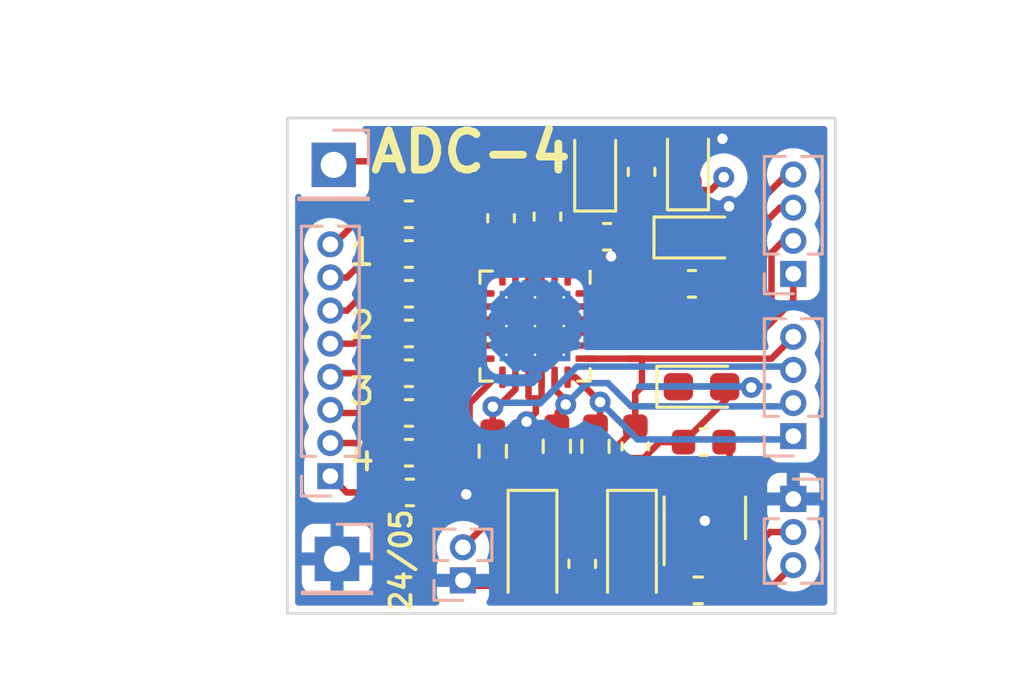
<source format=kicad_pcb>
(kicad_pcb (version 20240108) (generator "pcbnew") (generator_version "8.0")
  (title_block (comment 4 "AISLER Project ID: LQOQVRUX"))
  (layers (0 "F.Cu" signal) (1 "In1.Cu" power) (2 "In2.Cu" power) (31 "B.Cu" signal) (34 "B.Paste" user) (35 "F.Paste" user) (36 "B.SilkS" user "B.Silkscreen") (37 "F.SilkS" user "F.Silkscreen") (38 "B.Mask" user) (39 "F.Mask" user) (44 "Edge.Cuts" user))
  (net 0 "")
  (net 1 "GND")
  (net 2 "/MicBias")
  (net 3 "Net-(U3-AREG)")
  (net 4 "Net-(U3-IN1P_GPI1)")
  (net 5 "Net-(U3-IN1M_GPO1)")
  (net 6 "Net-(U3-DREG)")
  (net 7 "/AVDD")
  (net 8 "/IOVD")
  (net 9 "/VIN")
  (net 10 "Net-(J1-Pin_3)")
  (net 11 "Net-(J1-Pin_2)")
  (net 12 "Net-(U3-VREF)")
  (net 13 "/SCL")
  (net 14 "/SDA")
  (net 15 "/SHDNZ")
  (net 16 "/GPIO1")
  (net 17 "/SDOUT")
  (net 18 "/BCLK")
  (net 19 "/FSYNC")
  (net 20 "Net-(U4-BP)")
  (net 21 "/VIN_EN")
  (net 22 "Net-(U3-IN2P_GPI2)")
  (net 23 "Net-(J1-Pin_6)")
  (net 24 "Net-(U3-IN2M_GPO2)")
  (net 25 "Net-(J1-Pin_5)")
  (net 26 "Net-(U3-IN3P_GPI3)")
  (net 27 "Net-(J1-Pin_4)")
  (net 28 "Net-(U3-IN3M_GPO3)")
  (net 29 "Net-(U3-IN4P_GPI4)")
  (net 30 "Net-(U3-IN4M_GPO4)")
  (net 31 "Net-(J1-Pin_1)")
  (net 32 "Net-(J1-Pin_8)")
  (net 33 "Net-(J1-Pin_7)")
  (net 34 "Net-(J3-Pin_3)")
  (footprint "Package_DFN_QFN:QFN-24-1EP_4x4mm_P0.5mm_EP2.7x2.7mm_ThermalVias" (layer "F.Cu") (at 119.4945 88.666 -90)
    (property "Reference" "U3")
    (property "Value" "TLV320ADC6140")
    (fp_line (start -2.11 2.11) (end -2.11 1.635) (stroke (width 0.12)) (layer "F.SilkS"))
    (fp_line (start -1.635 2.11) (end -2.11 2.11) (stroke (width 0.12)) (layer "F.SilkS"))
    (fp_line (start 1.635 2.11) (end 2.11 2.11) (stroke (width 0.12)) (layer "F.SilkS"))
    (fp_line (start 2.11 2.11) (end 2.11 1.635) (stroke (width 0.12)) (layer "F.SilkS"))
    (fp_line (start -1.635 -2.11) (end -2.11 -2.11) (stroke (width 0.12)) (layer "F.SilkS"))
    (fp_line (start 1.635 -2.11) (end 2.11 -2.11) (stroke (width 0.12)) (layer "F.SilkS"))
    (fp_line (start 2.11 -2.11) (end 2.11 -1.635) (stroke (width 0.12)) (layer "F.SilkS"))
    (pad "1" smd roundrect (at -1.9625 -1.25 270) (size 0.825 0.25) (layers "F.Cu" "F.Paste" "F.Mask") (net 7 "/AVDD"))
    (pad "2" smd roundrect (at -1.9625 -0.75 270) (size 0.825 0.25) (layers "F.Cu" "F.Paste" "F.Mask") (net 3 "Net-(U3-AREG)"))
    (pad "3" smd roundrect (at -1.9625 -0.25 270) (size 0.825 0.25) (layers "F.Cu" "F.Paste" "F.Mask") (net 12 "Net-(U3-VREF)"))
    (pad "4" smd roundrect (at -1.9625 0.25 270) (size 0.825 0.25) (layers "F.Cu" "F.Paste" "F.Mask") (net 1 "GND"))
    (pad "5" smd roundrect (at -1.9625 0.75 270) (size 0.825 0.25) (layers "F.Cu" "F.Paste" "F.Mask") (net 2 "/MicBias"))
    (pad "6" smd roundrect (at -1.9625 1.25 270) (size 0.825 0.25) (layers "F.Cu" "F.Paste" "F.Mask") (net 4 "Net-(U3-IN1P_GPI1)"))
    (pad "7" smd roundrect (at -1.25 1.9625 270) (size 0.25 0.825) (layers "F.Cu" "F.Paste" "F.Mask") (net 5 "Net-(U3-IN1M_GPO1)"))
    (pad "8" smd roundrect (at -0.75 1.9625 270) (size 0.25 0.825) (layers "F.Cu" "F.Paste" "F.Mask") (net 22 "Net-(U3-IN2P_GPI2)"))
    (pad "9" smd roundrect (at -0.25 1.9625 270) (size 0.25 0.825) (layers "F.Cu" "F.Paste" "F.Mask") (net 24 "Net-(U3-IN2M_GPO2)"))
    (pad "10" smd roundrect (at 0.25 1.9625 270) (size 0.25 0.825) (layers "F.Cu" "F.Paste" "F.Mask") (net 26 "Net-(U3-IN3P_GPI3)"))
    (pad "11" smd roundrect (at 0.75 1.9625 270) (size 0.25 0.825) (layers "F.Cu" "F.Paste" "F.Mask") (net 28 "Net-(U3-IN3M_GPO3)"))
    (pad "12" smd roundrect (at 1.25 1.9625 270) (size 0.25 0.825) (layers "F.Cu" "F.Paste" "F.Mask") (net 29 "Net-(U3-IN4P_GPI4)"))
    (pad "13" smd roundrect (at 1.9625 1.25 270) (size 0.825 0.25) (layers "F.Cu" "F.Paste" "F.Mask") (net 30 "Net-(U3-IN4M_GPO4)"))
    (pad "14" smd roundrect (at 1.9625 0.75 270) (size 0.825 0.25) (layers "F.Cu" "F.Paste" "F.Mask") (net 15 "/SHDNZ"))
    (pad "15" smd roundrect (at 1.9625 0.25 270) (size 0.825 0.25) (layers "F.Cu" "F.Paste" "F.Mask") (net 1 "GND"))
    (pad "16" smd roundrect (at 1.9625 -0.25 270) (size 0.825 0.25) (layers "F.Cu" "F.Paste" "F.Mask") (net 1 "GND"))
    (pad "17" smd roundrect (at 1.9625 -0.75 270) (size 0.825 0.25) (layers "F.Cu" "F.Paste" "F.Mask") (net 13 "/SCL"))
    (pad "18" smd roundrect (at 1.9625 -1.25 270) (size 0.825 0.25) (layers "F.Cu" "F.Paste" "F.Mask") (net 14 "/SDA"))
    (pad "19" smd roundrect (at 1.25 -1.9625 270) (size 0.25 0.825) (layers "F.Cu" "F.Paste" "F.Mask") (net 8 "/IOVD"))
    (pad "20" smd roundrect (at 0.75 -1.9625 270) (size 0.25 0.825) (layers "F.Cu" "F.Paste" "F.Mask") (net 16 "/GPIO1"))
    (pad "21" smd roundrect (at 0.25 -1.9625 270) (size 0.25 0.825) (layers "F.Cu" "F.Paste" "F.Mask") (net 17 "/SDOUT"))
    (pad "22" smd roundrect (at -0.25 -1.9625 270) (size 0.25 0.825) (layers "F.Cu" "F.Paste" "F.Mask") (net 18 "/BCLK"))
    (pad "23" smd roundrect (at -0.75 -1.9625 270) (size 0.25 0.825) (layers "F.Cu" "F.Paste" "F.Mask") (net 19 "/FSYNC"))
    (pad "24" smd roundrect (at -1.25 -1.9625 270) (size 0.25 0.825) (layers "F.Cu" "F.Paste" "F.Mask") (net 6 "Net-(U3-DREG)"))
    (pad "25" thru_hole circle (at -1.1 -1.1 270) (size 0.5 0.5) (drill 0.1) (layers "*.Cu") (net 1 "GND"))
    (pad "25" thru_hole circle (at -1.1 0 270) (size 0.5 0.5) (drill 0.1) (layers "*.Cu") (net 1 "GND"))
    (pad "25" thru_hole circle (at -1.1 1.1 270) (size 0.5 0.5) (drill 0.1) (layers "*.Cu") (net 1 "GND"))
    (pad "25" thru_hole circle (at 0 -1.1 270) (size 0.5 0.5) (drill 0.1) (layers "*.Cu") (net 1 "GND"))
    (pad "25" thru_hole circle (at 0 0 270) (size 0.5 0.5) (drill 0.1) (layers "*.Cu") (net 1 "GND"))
    (pad "25" smd rect (at 0 0 270) (size 2.7 2.7) (layers "F.Cu" "F.Mask") (net 1 "GND"))
    (pad "25" smd rect (at 0 0 270) (size 2.7 2.7) (layers "B.Cu") (net 1 "GND"))
    (pad "25" thru_hole circle (at 0 1.1 270) (size 0.5 0.5) (drill 0.1) (layers "*.Cu") (net 1 "GND"))
    (pad "25" thru_hole circle (at 1.1 -1.1 270) (size 0.5 0.5) (drill 0.1) (layers "*.Cu") (net 1 "GND"))
    (pad "25" thru_hole circle (at 1.1 0 270) (size 0.5 0.5) (drill 0.1) (layers "*.Cu") (net 1 "GND"))
    (pad "25" thru_hole circle (at 1.1 1.1 270) (size 0.5 0.5) (drill 0.1) (layers "*.Cu") (net 1 "GND"))
  )
  (footprint "Capacitor_SMD:C_0603_1608Metric" (layer "F.Cu") (at 118.1924 84.5312 90)
    (property "Reference" "C11" (hide yes))
    (property "Value" "1u" (hide yes))
    (fp_line (start -0.14058 -0.51) (end 0.14058 -0.51) (stroke (width 0.12)) (layer "F.SilkS"))
    (fp_line (start -0.14058 0.51) (end 0.14058 0.51) (stroke (width 0.12)) (layer "F.SilkS"))
    (pad "1" smd roundrect (at -0.775 0 90) (size 0.9 0.95) (layers "F.Cu" "F.Paste" "F.Mask") (net 2 "/MicBias"))
    (pad "2" smd roundrect (at 0.775 0 90) (size 0.9 0.95) (layers "F.Cu" "F.Paste" "F.Mask") (net 1 "GND"))
  )
  (footprint "Capacitor_SMD:C_0603_1608Metric" (layer "F.Cu") (at 119.9704 84.4674 90)
    (property "Reference" "C12" (hide yes))
    (property "Value" "1u" (hide yes))
    (fp_line (start -0.14058 -0.51) (end 0.14058 -0.51) (stroke (width 0.12)) (layer "F.SilkS"))
    (fp_line (start -0.14058 0.51) (end 0.14058 0.51) (stroke (width 0.12)) (layer "F.SilkS"))
    (pad "1" smd roundrect (at -0.775 0 90) (size 0.9 0.95) (layers "F.Cu" "F.Paste" "F.Mask") (net 12 "Net-(U3-VREF)"))
    (pad "2" smd roundrect (at 0.775 0 90) (size 0.9 0.95) (layers "F.Cu" "F.Paste" "F.Mask") (net 1 "GND"))
  )
  (footprint "Capacitor_Tantalum_SMD:CP_EIA-2012-15_AVX-P" (layer "F.Cu") (at 121.7992 82.545 90)
    (property "Reference" "C13" (hide yes))
    (property "Value" "10u")
    (fp_line (start 1 -0.785) (end -1.71 -0.785) (stroke (width 0.12)) (layer "F.SilkS"))
    (fp_line (start -1.71 -0.785) (end -1.71 0.785) (stroke (width 0.12)) (layer "F.SilkS"))
    (fp_line (start -1.71 0.785) (end 1 0.785) (stroke (width 0.12)) (layer "F.SilkS"))
    (pad "1" smd roundrect (at -0.8875 0 90) (size 1.125 1.05) (layers "F.Cu" "F.Paste" "F.Mask") (roundrect_rratio 0.2380952381) (net 3 "Net-(U3-AREG)"))
    (pad "2" smd roundrect (at 0.8875 0 90) (size 1.125 1.05) (layers "F.Cu" "F.Paste" "F.Mask") (roundrect_rratio 0.2380952381) (net 1 "GND"))
  )
  (footprint "Capacitor_Tantalum_SMD:CP_EIA-2012-15_AVX-P" (layer "F.Cu") (at 125.3552 82.4992 90)
    (property "Reference" "C21" (hide yes))
    (property "Value" "1u")
    (fp_line (start 1 -0.785) (end -1.71 -0.785) (stroke (width 0.12)) (layer "F.SilkS"))
    (fp_line (start -1.71 -0.785) (end -1.71 0.785) (stroke (width 0.12)) (layer "F.SilkS"))
    (fp_line (start -1.71 0.785) (end 1 0.785) (stroke (width 0.12)) (layer "F.SilkS"))
    (pad "1" smd roundrect (at -0.8875 0 90) (size 1.125 1.05) (layers "F.Cu" "F.Paste" "F.Mask") (roundrect_rratio 0.2380952381) (net 7 "/AVDD"))
    (pad "2" smd roundrect (at 0.8875 0 90) (size 1.125 1.05) (layers "F.Cu" "F.Paste" "F.Mask") (roundrect_rratio 0.2380952381) (net 1 "GND"))
  )
  (footprint "Capacitor_SMD:C_0603_1608Metric" (layer "F.Cu") (at 123.5772 82.7532 90)
    (property "Reference" "C20" (hide yes))
    (property "Value" "0.1u" (hide yes))
    (fp_line (start -0.14058 -0.51) (end 0.14058 -0.51) (stroke (width 0.12)) (layer "F.SilkS"))
    (fp_line (start -0.14058 0.51) (end 0.14058 0.51) (stroke (width 0.12)) (layer "F.SilkS"))
    (pad "1" smd roundrect (at -0.775 0 90) (size 0.9 0.95) (layers "F.Cu" "F.Paste" "F.Mask") (net 7 "/AVDD"))
    (pad "2" smd roundrect (at 0.775 0 90) (size 0.9 0.95) (layers "F.Cu" "F.Paste" "F.Mask") (net 1 "GND"))
  )
  (footprint "Capacitor_Tantalum_SMD:CP_EIA-2012-15_AVX-P" (layer "F.Cu") (at 125.875 90.993)
    (property "Reference" "C30" (hide yes))
    (property "Value" "10u")
    (fp_line (start -1.71 -0.785) (end -1.71 0.785) (stroke (width 0.12)) (layer "F.SilkS"))
    (fp_line (start -1.71 0.785) (end 1 0.785) (stroke (width 0.12)) (layer "F.SilkS"))
    (fp_line (start 1 -0.785) (end -1.71 -0.785) (stroke (width 0.12)) (layer "F.SilkS"))
    (pad "1" smd roundrect (at -0.8875 0) (size 1.125 1.05) (layers "F.Cu" "F.Paste" "F.Mask") (roundrect_rratio 0.2380952381) (net 8 "/IOVD"))
    (pad "2" smd roundrect (at 0.8875 0) (size 1.125 1.05) (layers "F.Cu" "F.Paste" "F.Mask") (roundrect_rratio 0.2380952381) (net 1 "GND"))
  )
  (footprint "Capacitor_SMD:C_0603_1608Metric" (layer "F.Cu") (at 123.335 93.279 -90)
    (property "Reference" "C29" (hide yes))
    (property "Value" "0.1u" (hide yes))
    (fp_line (start -0.14058 0.51) (end 0.14058 0.51) (stroke (width 0.12)) (layer "F.SilkS"))
    (fp_line (start -0.14058 -0.51) (end 0.14058 -0.51) (stroke (width 0.12)) (layer "F.SilkS"))
    (pad "1" smd roundrect (at -0.775 0 270) (size 0.9 0.95) (layers "F.Cu" "F.Paste" "F.Mask") (net 8 "/IOVD"))
    (pad "2" smd roundrect (at 0.775 0 270) (size 0.9 0.95) (layers "F.Cu" "F.Paste" "F.Mask") (net 1 "GND"))
  )
  (footprint "Capacitor_Tantalum_SMD:CP_EIA-2012-15_AVX-P" (layer "F.Cu") (at 125.7616 85.268)
    (property "Reference" "C14" (hide yes))
    (property "Value" "10u")
    (fp_line (start -1.71 -0.785) (end -1.71 0.785) (stroke (width 0.12)) (layer "F.SilkS"))
    (fp_line (start -1.71 0.785) (end 1 0.785) (stroke (width 0.12)) (layer "F.SilkS"))
    (fp_line (start 1 -0.785) (end -1.71 -0.785) (stroke (width 0.12)) (layer "F.SilkS"))
    (pad "1" smd roundrect (at -0.8875 0) (size 1.125 1.05) (layers "F.Cu" "F.Paste" "F.Mask") (roundrect_rratio 0.2380952381) (net 6 "Net-(U3-DREG)"))
    (pad "2" smd roundrect (at 0.8875 0) (size 1.125 1.05) (layers "F.Cu" "F.Paste" "F.Mask") (roundrect_rratio 0.2380952381) (net 1 "GND"))
  )
  (footprint "Capacitor_SMD:C_0603_1608Metric" (layer "F.Cu") (at 125.5076 87.046)
    (property "Reference" "C15" (hide yes))
    (property "Value" "0.1u" (hide yes))
    (fp_line (start -0.14058 -0.51) (end 0.14058 -0.51) (stroke (width 0.12)) (layer "F.SilkS"))
    (fp_line (start -0.14058 0.51) (end 0.14058 0.51) (stroke (width 0.12)) (layer "F.SilkS"))
    (pad "1" smd roundrect (at -0.775 0) (size 0.9 0.95) (layers "F.Cu" "F.Paste" "F.Mask") (net 6 "Net-(U3-DREG)"))
    (pad "2" smd roundrect (at 0.775 0) (size 0.9 0.95) (layers "F.Cu" "F.Paste" "F.Mask") (net 1 "GND"))
  )
  (footprint "Capacitor_SMD:C_0603_1608Metric" (layer "F.Cu") (at 122.2564 85.2424)
    (property "Reference" "C16" (hide yes))
    (property "Value" "0.1u" (hide yes))
    (fp_line (start -0.14058 -0.51) (end 0.14058 -0.51) (stroke (width 0.12)) (layer "F.SilkS"))
    (fp_line (start -0.14058 0.51) (end 0.14058 0.51) (stroke (width 0.12)) (layer "F.SilkS"))
    (pad "1" smd roundrect (at -0.775 0) (size 0.9 0.95) (layers "F.Cu" "F.Paste" "F.Mask") (net 3 "Net-(U3-AREG)"))
    (pad "2" smd roundrect (at 0.775 0) (size 0.9 0.95) (layers "F.Cu" "F.Paste" "F.Mask") (net 1 "GND"))
  )
  (footprint "Resistor_SMD:R_0603_1608Metric" (layer "F.Cu") (at 120.33 93.279 90)
    (property "Reference" "R15" (hide yes))
    (property "Value" "10k" (hide yes))
    (fp_line (start -0.237258 -0.5225) (end 0.237258 -0.5225) (stroke (width 0.12)) (layer "F.SilkS"))
    (fp_line (start -0.237258 0.5225) (end 0.237258 0.5225) (stroke (width 0.12)) (layer "F.SilkS"))
    (pad "1" smd roundrect (at -0.825 0 90) (size 0.8 0.95) (layers "F.Cu" "F.Paste" "F.Mask") (net 8 "/IOVD"))
    (pad "2" smd roundrect (at 0.825 0 90) (size 0.8 0.95) (layers "F.Cu" "F.Paste" "F.Mask") (net 13 "/SCL"))
  )
  (footprint "Resistor_SMD:R_0603_1608Metric" (layer "F.Cu") (at 121.811 93.279 90)
    (property "Reference" "R18" (hide yes))
    (property "Value" "10k" (hide yes))
    (fp_line (start -0.237258 -0.5225) (end 0.237258 -0.5225) (stroke (width 0.12)) (layer "F.SilkS"))
    (fp_line (start -0.237258 0.5225) (end 0.237258 0.5225) (stroke (width 0.12)) (layer "F.SilkS"))
    (pad "1" smd roundrect (at -0.825 0 90) (size 0.8 0.95) (layers "F.Cu" "F.Paste" "F.Mask") (net 8 "/IOVD"))
    (pad "2" smd roundrect (at 0.825 0 90) (size 0.8 0.95) (layers "F.Cu" "F.Paste" "F.Mask") (net 14 "/SDA"))
  )
  (footprint "Capacitor_SMD:C_0603_1608Metric" (layer "F.Cu") (at 121.303 97.785 90)
    (property "Reference" "C27" (hide yes))
    (property "Value" "0.1u" (hide yes))
    (fp_line (start -0.14058 -0.51) (end 0.14058 -0.51) (stroke (width 0.12)) (layer "F.SilkS"))
    (fp_line (start -0.14058 0.51) (end 0.14058 0.51) (stroke (width 0.12)) (layer "F.SilkS"))
    (pad "1" smd roundrect (at -0.775 0 90) (size 0.9 0.95) (layers "F.Cu" "F.Paste" "F.Mask") (net 1 "GND"))
    (pad "2" smd roundrect (at 0.775 0 90) (size 0.9 0.95) (layers "F.Cu" "F.Paste" "F.Mask") (net 9 "/VIN"))
  )
  (footprint "Capacitor_SMD:C_0603_1608Metric" (layer "F.Cu") (at 125.962 93.1164)
    (property "Reference" "C23" (hide yes))
    (property "Value" "0.1u" (hide yes))
    (fp_line (start -0.14058 -0.51) (end 0.14058 -0.51) (stroke (width 0.12)) (layer "F.SilkS"))
    (fp_line (start -0.14058 0.51) (end 0.14058 0.51) (stroke (width 0.12)) (layer "F.SilkS"))
    (pad "1" smd roundrect (at -0.775 0) (size 0.9 0.95) (layers "F.Cu" "F.Paste" "F.Mask") (net 1 "GND"))
    (pad "2" smd roundrect (at 0.775 0) (size 0.9 0.95) (layers "F.Cu" "F.Paste" "F.Mask") (net 20 "Net-(U4-BP)"))
  )
  (footprint "Package_TO_SOT_SMD:SOT-23-5" (layer "F.Cu") (at 126.002 96.02 90)
    (property "Reference" "U4")
    (property "Value" "MIC5219-3.3YM5")
    (fp_line (start 0 -1.56) (end 0.8 -1.56) (stroke (width 0.12)) (layer "F.SilkS"))
    (fp_line (start 0 -1.56) (end -1.8 -1.56) (stroke (width 0.12)) (layer "F.SilkS"))
    (fp_line (start 0 1.56) (end 0.8 1.56) (stroke (width 0.12)) (layer "F.SilkS"))
    (fp_line (start 0 1.56) (end -0.8 1.56) (stroke (width 0.12)) (layer "F.SilkS"))
    (pad "1" smd roundrect (at -1.1375 -0.95 90) (size 1.325 0.6) (layers "F.Cu" "F.Paste" "F.Mask") (net 9 "/VIN"))
    (pad "2" smd roundrect (at -1.1375 0 90) (size 1.325 0.6) (layers "F.Cu" "F.Paste" "F.Mask") (net 1 "GND"))
    (pad "3" smd roundrect (at -1.1375 0.95 90) (size 1.325 0.6) (layers "F.Cu" "F.Paste" "F.Mask") (net 21 "/VIN_EN"))
    (pad "4" smd roundrect (at 1.1375 0.95 90) (size 1.325 0.6) (layers "F.Cu" "F.Paste" "F.Mask") (net 20 "Net-(U4-BP)"))
    (pad "5" smd roundrect (at 1.1375 -0.95 90) (size 1.325 0.6) (layers "F.Cu" "F.Paste" "F.Mask") (net 7 "/AVDD"))
  )
  (footprint "Capacitor_SMD:C_0603_1608Metric" (layer "F.Cu") (at 114.659 84.379 180)
    (property "Reference" "C18" (hide yes))
    (property "Value" "1u" (hide yes))
    (fp_line (start -0.14058 0.51) (end 0.14058 0.51) (stroke (width 0.12)) (layer "F.SilkS"))
    (fp_line (start -0.14058 -0.51) (end 0.14058 -0.51) (stroke (width 0.12)) (layer "F.SilkS"))
    (pad "1" smd roundrect (at -0.775 0 180) (size 0.9 0.95) (layers "F.Cu" "F.Paste" "F.Mask") (net 4 "Net-(U3-IN1P_GPI1)"))
    (pad "2" smd roundrect (at 0.775 0 180) (size 0.9 0.95) (layers "F.Cu" "F.Paste" "F.Mask") (net 32 "Net-(J1-Pin_8)"))
  )
  (footprint "Capacitor_SMD:C_0603_1608Metric" (layer "F.Cu") (at 114.659 85.903 180)
    (property "Reference" "C19" (hide yes))
    (property "Value" "1u" (hide yes))
    (fp_line (start -0.14058 0.51) (end 0.14058 0.51) (stroke (width 0.12)) (layer "F.SilkS"))
    (fp_line (start -0.14058 -0.51) (end 0.14058 -0.51) (stroke (width 0.12)) (layer "F.SilkS"))
    (pad "1" smd roundrect (at -0.775 0 180) (size 0.9 0.95) (layers "F.Cu" "F.Paste" "F.Mask") (net 5 "Net-(U3-IN1M_GPO1)"))
    (pad "2" smd roundrect (at 0.775 0 180) (size 0.9 0.95) (layers "F.Cu" "F.Paste" "F.Mask") (net 33 "Net-(J1-Pin_7)"))
  )
  (footprint "Capacitor_Tantalum_SMD:CP_EIA-3216-12_Kemet-S" (layer "F.Cu") (at 119.398 97.277 -90)
    (property "Reference" "C25" (hide yes))
    (property "Value" "47u")
    (fp_line (start -2.31 0.935) (end 1.6 0.935) (stroke (width 0.12)) (layer "F.SilkS"))
    (fp_line (start -2.31 -0.935) (end -2.31 0.935) (stroke (width 0.12)) (layer "F.SilkS"))
    (fp_line (start 1.6 -0.935) (end -2.31 -0.935) (stroke (width 0.12)) (layer "F.SilkS"))
    (pad "1" smd roundrect (at -1.35 0 270) (size 1.4 1.35) (layers "F.Cu" "F.Paste" "F.Mask") (roundrect_rratio 0.1851851852) (net 7 "/AVDD"))
    (pad "2" smd roundrect (at 1.35 0 270) (size 1.4 1.35) (layers "F.Cu" "F.Paste" "F.Mask") (roundrect_rratio 0.1851851852) (net 1 "GND"))
  )
  (footprint "Inductor_SMD:L_0603_1608Metric" (layer "F.Cu") (at 125.748 98.801)
    (property "Reference" "L1" (hide yes))
    (property "Value" "BLM18HG601SN1D")
    (fp_line (start -0.162779 -0.51) (end 0.162779 -0.51) (stroke (width 0.12)) (layer "F.SilkS"))
    (fp_line (start -0.162779 0.51) (end 0.162779 0.51) (stroke (width 0.12)) (layer "F.SilkS"))
    (pad "1" smd roundrect (at -0.7875 0) (size 0.875 0.95) (layers "F.Cu" "F.Paste" "F.Mask") (net 9 "/VIN"))
    (pad "2" smd roundrect (at 0.7875 0) (size 0.875 0.95) (layers "F.Cu" "F.Paste" "F.Mask") (net 34 "Net-(J3-Pin_3)"))
  )
  (footprint "Capacitor_SMD:C_0603_1608Metric" (layer "F.Cu") (at 114.659 90.475 180)
    (property "Reference" "C4" (hide yes))
    (property "Value" "1u")
    (fp_line (start -0.14058 0.51) (end 0.14058 0.51) (stroke (width 0.12)) (layer "F.SilkS"))
    (fp_line (start -0.14058 -0.51) (end 0.14058 -0.51) (stroke (width 0.12)) (layer "F.SilkS"))
    (pad "1" smd roundrect (at -0.775 0 180) (size 0.9 0.95) (layers "F.Cu" "F.Paste" "F.Mask") (net 26 "Net-(U3-IN3P_GPI3)"))
    (pad "2" smd roundrect (at 0.775 0 180) (size 0.9 0.95) (layers "F.Cu" "F.Paste" "F.Mask") (net 27 "Net-(J1-Pin_4)"))
  )
  (footprint "Capacitor_Tantalum_SMD:CP_EIA-3216-12_Kemet-S" (layer "F.Cu") (at 123.208 97.277 -90)
    (property "Reference" "C1" (hide yes))
    (property "Value" "47u")
    (fp_line (start -2.31 0.935) (end 1.6 0.935) (stroke (width 0.12)) (layer "F.SilkS"))
    (fp_line (start -2.31 -0.935) (end -2.31 0.935) (stroke (width 0.12)) (layer "F.SilkS"))
    (fp_line (start 1.6 -0.935) (end -2.31 -0.935) (stroke (width 0.12)) (layer "F.SilkS"))
    (pad "1" smd roundrect (at -1.35 0 270) (size 1.4 1.35) (layers "F.Cu" "F.Paste" "F.Mask") (roundrect_rratio 0.1851851852) (net 9 "/VIN"))
    (pad "2" smd roundrect (at 1.35 0 270) (size 1.4 1.35) (layers "F.Cu" "F.Paste" "F.Mask") (roundrect_rratio 0.1851851852) (net 1 "GND"))
  )
  (footprint "Capacitor_SMD:C_0603_1608Metric" (layer "F.Cu") (at 114.659 93.523 180)
    (property "Reference" "C6" (hide yes))
    (property "Value" "1u")
    (fp_line (start -0.14058 0.51) (end 0.14058 0.51) (stroke (width 0.12)) (layer "F.SilkS"))
    (fp_line (start -0.14058 -0.51) (end 0.14058 -0.51) (stroke (width 0.12)) (layer "F.SilkS"))
    (pad "1" smd roundrect (at -0.775 0 180) (size 0.9 0.95) (layers "F.Cu" "F.Paste" "F.Mask") (net 29 "Net-(U3-IN4P_GPI4)"))
    (pad "2" smd roundrect (at 0.775 0 180) (size 0.9 0.95) (layers "F.Cu" "F.Paste" "F.Mask") (net 11 "Net-(J1-Pin_2)"))
  )
  (footprint "Capacitor_SMD:C_0603_1608Metric" (layer "F.Cu") (at 114.659 87.427 180)
    (property "Reference" "C2" (hide yes))
    (property "Value" "1u")
    (fp_line (start -0.14058 0.51) (end 0.14058 0.51) (stroke (width 0.12)) (layer "F.SilkS"))
    (fp_line (start -0.14058 -0.51) (end 0.14058 -0.51) (stroke (width 0.12)) (layer "F.SilkS"))
    (pad "1" smd roundrect (at -0.775 0 180) (size 0.9 0.95) (layers "F.Cu" "F.Paste" "F.Mask") (net 22 "Net-(U3-IN2P_GPI2)"))
    (pad "2" smd roundrect (at 0.775 0 180) (size 0.9 0.95) (layers "F.Cu" "F.Paste" "F.Mask") (net 23 "Net-(J1-Pin_6)"))
  )
  (footprint "Resistor_SMD:R_0603_1608Metric" (layer "F.Cu") (at 117.874 93.467 90)
    (property "Reference" "R16")
    (property "Value" "10k")
    (fp_line (start -0.237258 -0.5225) (end 0.237258 -0.5225) (stroke (width 0.12)) (layer "F.SilkS"))
    (fp_line (start -0.237258 0.5225) (end 0.237258 0.5225) (stroke (width 0.12)) (layer "F.SilkS"))
    (pad "1" smd roundrect (at -0.825 0 90) (size 0.8 0.95) (layers "F.Cu" "F.Paste" "F.Mask") (net 1 "GND"))
    (pad "2" smd roundrect (at 0.825 0 90) (size 0.8 0.95) (layers "F.Cu" "F.Paste" "F.Mask") (net 15 "/SHDNZ"))
  )
  (footprint "Capacitor_SMD:C_0603_1608Metric" (layer "F.Cu") (at 114.659 88.951 180)
    (property "Reference" "C3" (hide yes))
    (property "Value" "1u")
    (fp_line (start -0.14058 0.51) (end 0.14058 0.51) (stroke (width 0.12)) (layer "F.SilkS"))
    (fp_line (start -0.14058 -0.51) (end 0.14058 -0.51) (stroke (width 0.12)) (layer "F.SilkS"))
    (pad "1" smd roundrect (at -0.775 0 180) (size 0.9 0.95) (layers "F.Cu" "F.Paste" "F.Mask") (net 24 "Net-(U3-IN2M_GPO2)"))
    (pad "2" smd roundrect (at 0.775 0 180) (size 0.9 0.95) (layers "F.Cu" "F.Paste" "F.Mask") (net 25 "Net-(J1-Pin_5)"))
  )
  (footprint "Capacitor_SMD:C_0603_1608Metric" (layer "F.Cu") (at 114.659 91.999 180)
    (property "Reference" "C5" (hide yes))
    (property "Value" "1u")
    (fp_line (start -0.14058 0.51) (end 0.14058 0.51) (stroke (width 0.12)) (layer "F.SilkS"))
    (fp_line (start -0.14058 -0.51) (end 0.14058 -0.51) (stroke (width 0.12)) (layer "F.SilkS"))
    (pad "1" smd roundrect (at -0.775 0 180) (size 0.9 0.95) (layers "F.Cu" "F.Paste" "F.Mask") (net 28 "Net-(U3-IN3M_GPO3)"))
    (pad "2" smd roundrect (at 0.775 0 180) (size 0.9 0.95) (layers "F.Cu" "F.Paste" "F.Mask") (net 10 "Net-(J1-Pin_3)"))
  )
  (footprint "Capacitor_SMD:C_0603_1608Metric" (layer "F.Cu") (at 114.699 95.047 180)
    (property "Reference" "C7" (hide yes))
    (property "Value" "1u")
    (fp_line (start -0.14058 0.51) (end 0.14058 0.51) (stroke (width 0.12)) (layer "F.SilkS"))
    (fp_line (start -0.14058 -0.51) (end 0.14058 -0.51) (stroke (width 0.12)) (layer "F.SilkS"))
    (pad "1" smd roundrect (at -0.775 0 180) (size 0.9 0.95) (layers "F.Cu" "F.Paste" "F.Mask") (net 30 "Net-(U3-IN4M_GPO4)"))
    (pad "2" smd roundrect (at 0.775 0 180) (size 0.9 0.95) (layers "F.Cu" "F.Paste" "F.Mask") (net 31 "Net-(J1-Pin_1)"))
  )
  (footprint "Connector_PinHeader_2.54mm:PinHeader_1x01_P2.54mm_Vertical" (layer "B.Cu") (at 111.905 97.597 180)
    (property "Reference" "J5" (hide yes))
    (property "Value" "Conn_01x01_Pin")
    (fp_line (start 1.33 -1.27) (end 1.33 -1.33) (stroke (width 0.12)) (layer "B.SilkS"))
    (fp_line (start -1.33 1.33) (end 0 1.33) (stroke (width 0.12)) (layer "B.SilkS"))
    (fp_line (start -1.33 0) (end -1.33 1.33) (stroke (width 0.12)) (layer "B.SilkS"))
    (fp_line (start -1.33 -1.27) (end 1.33 -1.27) (stroke (width 0.12)) (layer "B.SilkS"))
    (fp_line (start -1.33 -1.27) (end -1.33 -1.33) (stroke (width 0.12)) (layer "B.SilkS"))
    (fp_line (start -1.33 -1.33) (end 1.33 -1.33) (stroke (width 0.12)) (layer "B.SilkS"))
    (pad "1" thru_hole rect (at 0 0 180) (size 1.7 1.7) (drill 1) (layers "*.Cu" "*.Mask") (net 1 "GND"))
  )
  (footprint "Connector_PinHeader_1.27mm:PinHeader_1x04_P1.27mm_Vertical" (layer "B.Cu") (at 129.391 92.888)
    (property "Reference" "J7")
    (property "Value" "Conn_01x04")
    (fp_line (start -1.11 -4.505) (end -0.30753 -4.505) (stroke (width 0.12)) (layer "B.SilkS"))
    (fp_line (start -1.11 -0.76) (end -1.11 -4.505) (stroke (width 0.12)) (layer "B.SilkS"))
    (fp_line (start -1.11 -0.76) (end -0.563471 -0.76) (stroke (width 0.12)) (layer "B.SilkS"))
    (fp_line (start -1.11 0) (end -1.11 0.76) (stroke (width 0.12)) (layer "B.SilkS"))
    (fp_line (start -1.11 0.76) (end 0 0.76) (stroke (width 0.12)) (layer "B.SilkS"))
    (fp_line (start 0.30753 -4.505) (end 1.11 -4.505) (stroke (width 0.12)) (layer "B.SilkS"))
    (fp_line (start 0.563471 -0.76) (end 1.11 -0.76) (stroke (width 0.12)) (layer "B.SilkS"))
    (fp_line (start 1.11 -0.76) (end 1.11 -4.505) (stroke (width 0.12)) (layer "B.SilkS"))
    (pad "1" thru_hole rect (at 0 0) (size 1 1) (drill 0.6) (layers "*.Cu" "*.Mask") (net 14 "/SDA"))
    (pad "2" thru_hole oval (at 0 -1.27) (size 1 1) (drill 0.6) (layers "*.Cu" "*.Mask") (net 13 "/SCL"))
    (pad "3" thru_hole oval (at 0 -2.54) (size 1 1) (drill 0.6) (layers "*.Cu" "*.Mask") (net 15 "/SHDNZ"))
    (pad "4" thru_hole oval (at 0 -3.81) (size 1 1) (drill 0.6) (layers "*.Cu" "*.Mask") (net 8 "/IOVD"))
  )
  (footprint "Connector_PinHeader_1.27mm:PinHeader_1x08_P1.27mm_Vertical" (layer "B.Cu") (at 111.651 94.422)
    (property "Reference" "J1" (hide yes))
    (property "Value" "Conn_01x08_Pin")
    (fp_line (start -1.11 -9.585) (end -0.30753 -9.585) (stroke (width 0.12)) (layer "B.SilkS"))
    (fp_line (start -1.11 -0.76) (end -1.11 -9.585) (stroke (width 0.12)) (layer "B.SilkS"))
    (fp_line (start -1.11 -0.76) (end -0.563471 -0.76) (stroke (width 0.12)) (layer "B.SilkS"))
    (fp_line (start -1.11 0) (end -1.11 0.76) (stroke (width 0.12)) (layer "B.SilkS"))
    (fp_line (start -1.11 0.76) (end 0 0.76) (stroke (width 0.12)) (layer "B.SilkS"))
    (fp_line (start 0.30753 -9.585) (end 1.11 -9.585) (stroke (width 0.12)) (layer "B.SilkS"))
    (fp_line (start 0.563471 -0.76) (end 1.11 -0.76) (stroke (width 0.12)) (layer "B.SilkS"))
    (fp_line (start 1.11 -0.76) (end 1.11 -9.585) (stroke (width 0.12)) (layer "B.SilkS"))
    (pad "1" thru_hole rect (at 0 0) (size 1 1) (drill 0.6) (layers "*.Cu" "*.Mask") (net 31 "Net-(J1-Pin_1)"))
    (pad "2" thru_hole oval (at 0 -1.27) (size 1 1) (drill 0.6) (layers "*.Cu" "*.Mask") (net 11 "Net-(J1-Pin_2)"))
    (pad "3" thru_hole oval (at 0 -2.54) (size 1 1) (drill 0.6) (layers "*.Cu" "*.Mask") (net 10 "Net-(J1-Pin_3)"))
    (pad "4" thru_hole oval (at 0 -3.81) (size 1 1) (drill 0.6) (layers "*.Cu" "*.Mask") (net 27 "Net-(J1-Pin_4)"))
    (pad "5" thru_hole oval (at 0 -5.08) (size 1 1) (drill 0.6) (layers "*.Cu" "*.Mask") (net 25 "Net-(J1-Pin_5)"))
    (pad "6" thru_hole oval (at 0 -6.35) (size 1 1) (drill 0.6) (layers "*.Cu" "*.Mask") (net 23 "Net-(J1-Pin_6)"))
    (pad "7" thru_hole oval (at 0 -7.62) (size 1 1) (drill 0.6) (layers "*.Cu" "*.Mask") (net 33 "Net-(J1-Pin_7)"))
    (pad "8" thru_hole oval (at 0 -8.89) (size 1 1) (drill 0.6) (layers "*.Cu" "*.Mask") (net 32 "Net-(J1-Pin_8)"))
  )
  (footprint "Connector_PinHeader_1.27mm:PinHeader_1x04_P1.27mm_Vertical" (layer "B.Cu") (at 129.391 86.665)
    (property "Reference" "J6")
    (property "Value" "Conn_01x04")
    (fp_line (start -1.11 -4.505) (end -0.30753 -4.505) (stroke (width 0.12)) (layer "B.SilkS"))
    (fp_line (start -1.11 -0.76) (end -1.11 -4.505) (stroke (width 0.12)) (layer "B.SilkS"))
    (fp_line (start -1.11 -0.76) (end -0.563471 -0.76) (stroke (width 0.12)) (layer "B.SilkS"))
    (fp_line (start -1.11 0) (end -1.11 0.76) (stroke (width 0.12)) (layer "B.SilkS"))
    (fp_line (start -1.11 0.76) (end 0 0.76) (stroke (width 0.12)) (layer "B.SilkS"))
    (fp_line (start 0.30753 -4.505) (end 1.11 -4.505) (stroke (width 0.12)) (layer "B.SilkS"))
    (fp_line (start 0.563471 -0.76) (end 1.11 -0.76) (stroke (width 0.12)) (layer "B.SilkS"))
    (fp_line (start 1.11 -0.76) (end 1.11 -4.505) (stroke (width 0.12)) (layer "B.SilkS"))
    (pad "1" thru_hole rect (at 0 0) (size 1 1) (drill 0.6) (layers "*.Cu" "*.Mask") (net 16 "/GPIO1"))
    (pad "2" thru_hole oval (at 0 -1.27) (size 1 1) (drill 0.6) (layers "*.Cu" "*.Mask") (net 17 "/SDOUT"))
    (pad "3" thru_hole oval (at 0 -2.54) (size 1 1) (drill 0.6) (layers "*.Cu" "*.Mask") (net 18 "/BCLK"))
    (pad "4" thru_hole oval (at 0 -3.81) (size 1 1) (drill 0.6) (layers "*.Cu" "*.Mask") (net 19 "/FSYNC"))
  )
  (footprint "Connector_PinHeader_1.27mm:PinHeader_1x03_P1.27mm_Vertical" (layer "B.Cu") (at 129.391 95.296 180)
    (property "Reference" "J3" (hide yes))
    (property "Value" "Conn_01x03")
    (fp_line (start 1.11 -0.76) (end 1.11 -3.235) (stroke (width 0.12)) (layer "B.SilkS"))
    (fp_line (start 0.563471 -0.76) (end 1.11 -0.76) (stroke (width 0.12)) (layer "B.SilkS"))
    (fp_line (start 0.30753 -3.235) (end 1.11 -3.235) (stroke (width 0.12)) (layer "B.SilkS"))
    (fp_line (start -1.11 0.76) (end 0 0.76) (stroke (width 0.12)) (layer "B.SilkS"))
    (fp_line (start -1.11 0) (end -1.11 0.76) (stroke (width 0.12)) (layer "B.SilkS"))
    (fp_line (start -1.11 -0.76) (end -0.563471 -0.76) (stroke (width 0.12)) (layer "B.SilkS"))
    (fp_line (start -1.11 -0.76) (end -1.11 -3.235) (stroke (width 0.12)) (layer "B.SilkS"))
    (fp_line (start -1.11 -3.235) (end -0.30753 -3.235) (stroke (width 0.12)) (layer "B.SilkS"))
    (pad "1" thru_hole rect (at 0 0 180) (size 1 1) (drill 0.6) (layers "*.Cu" "*.Mask") (net 1 "GND"))
    (pad "2" thru_hole oval (at 0 -1.27 180) (size 1 1) (drill 0.6) (layers "*.Cu" "*.Mask") (net 21 "/VIN_EN"))
    (pad "3" thru_hole oval (at 0 -2.54 180) (size 1 1) (drill 0.6) (layers "*.Cu" "*.Mask") (net 34 "Net-(J3-Pin_3)"))
  )
  (footprint "Connector_PinHeader_1.27mm:PinHeader_1x02_P1.27mm_Vertical" (layer "B.Cu") (at 116.731 98.42)
    (property "Reference" "J9")
    (property "Value" "Conn_01x02_Pin" (hide yes))
    (fp_line (start -1.11 -1.965) (end -0.30753 -1.965) (stroke (width 0.12)) (layer "B.SilkS"))
    (fp_line (start -1.11 -0.76) (end -1.11 -1.965) (stroke (width 0.12)) (layer "B.SilkS"))
    (fp_line (start -1.11 -0.76) (end -0.563471 -0.76) (stroke (width 0.12)) (layer "B.SilkS"))
    (fp_line (start -1.11 0) (end -1.11 0.76) (stroke (width 0.12)) (layer "B.SilkS"))
    (fp_line (start -1.11 0.76) (end 0 0.76) (stroke (width 0.12)) (layer "B.SilkS"))
    (fp_line (start 0.30753 -1.965) (end 1.11 -1.965) (stroke (width 0.12)) (layer "B.SilkS"))
    (fp_line (start 0.563471 -0.76) (end 1.11 -0.76) (stroke (width 0.12)) (layer "B.SilkS"))
    (fp_line (start 1.11 -0.76) (end 1.11 -1.965) (stroke (width 0.12)) (layer "B.SilkS"))
    (pad "1" thru_hole rect (at 0 0) (size 1 1) (drill 0.6) (layers "*.Cu" "*.Mask") (net 1 "GND"))
    (pad "2" thru_hole oval (at 0 -1.27) (size 1 1) (drill 0.6) (layers "*.Cu" "*.Mask") (net 7 "/AVDD"))
  )
  (footprint "Connector_PinHeader_2.54mm:PinHeader_1x01_P2.54mm_Vertical" (layer "B.Cu") (at 111.778 82.484 180)
    (property "Reference" "J2" (hide yes))
    (property "Value" "Conn_01x01_Pin")
    (fp_line (start 1.33 -1.27) (end 1.33 -1.33) (stroke (width 0.12)) (layer "B.SilkS"))
    (fp_line (start -1.33 1.33) (end 0 1.33) (stroke (width 0.12)) (layer "B.SilkS"))
    (fp_line (start -1.33 0) (end -1.33 1.33) (stroke (width 0.12)) (layer "B.SilkS"))
    (fp_line (start -1.33 -1.27) (end 1.33 -1.27) (stroke (width 0.12)) (layer "B.SilkS"))
    (fp_line (start -1.33 -1.27) (end -1.33 -1.33) (stroke (width 0.12)) (layer "B.SilkS"))
    (fp_line (start -1.33 -1.33) (end 1.33 -1.33) (stroke (width 0.12)) (layer "B.SilkS"))
    (pad "1" thru_hole rect (at 0 0 180) (size 1.7 1.7) (drill 1) (layers "*.Cu" "*.Mask") (net 2 "/MicBias"))
  )
  (gr_rect (start 110 80.69) (end 131 99.69) (stroke (width 0.1)) (fill none) (layer "Edge.Cuts"))
  (gr_text "ADC-4" (at 113.048 82.865 0) (layer "F.SilkS") (effects (font (size 1.5 1.5) (thickness 0.3) (bold yes)) (justify left bottom)))
  (gr_text "1" (at 112.286 86.421 0) (layer "F.SilkS") (effects (font (size 1 1)) (justify left bottom)))
  (gr_text "3" (at 112.286 91.755 0) (layer "F.SilkS") (effects (font (size 1 1)) (justify left bottom)))
  (gr_text "4" (at 112.286 94.295 0) (layer "F.SilkS") (effects (font (size 1 1)) (justify left bottom)))
  (gr_text "2" (at 112.286 89.215 0) (layer "F.SilkS") (effects (font (size 1 1)) (justify left bottom)))
  (gr_text "24/05" (at 114.826 99.69 90) (layer "F.SilkS") (effects (font (size 0.8 0.8)) (justify left bottom)))
  (segment (start 119.525 91.479) (end 119.564 91.44) (width 0.25) (layer "F.Cu") (net 1))
  (segment (start 119.398 98.627) (end 121.236 98.627) (width 0.25) (layer "F.Cu") (net 1))
  (segment (start 119.9066 83.7562) (end 119.9704 83.6924) (width 0.25) (layer "F.Cu") (net 1))
  (segment (start 119.564 91.44) (end 119.7445 91.44) (width 0.25) (layer "F.Cu") (net 1))
  (segment (start 119.2445 88.416) (end 119.4945 88.666) (width 0.25) (layer "F.Cu") (net 1))
  (segment (start 125.4212 81.4832) (end 126.676 81.4832) (width 0.25) (layer "F.Cu") (net 1))
  (segment (start 127.78 91.0205) (end 127.7525 90.993) (width 0.25) (layer "F.Cu") (net 1))
  (segment (start 119.7445 91.44) (end 119.7445 90.6285) (width 0.25) (layer "F.Cu") (net 1))
  (segment (start 126.7116 86.4644) (end 126.7116 85.268) (width 0.25) (layer "F.Cu") (net 1))
  (segment (start 126.93 84.074) (end 126.93 85.0496) (width 0.25) (layer "F.Cu") (net 1))
  (segment (start 119.2445 86.7035) (end 119.2445 85.775552) (width 0.25) (layer "F.Cu") (net 1))
  (segment (start 126.825 90.993) (end 126.825 91.4784) (width 0.25) (layer "F.Cu") (net 1))
  (segment (start 121.303 98.56) (end 121.37 98.627) (width 0.25) (layer "F.Cu") (net 1))
  (segment (start 121.236 98.627) (end 121.303 98.56) (width 0.25) (layer "F.Cu") (net 1))
  (segment (start 119.31 91.44) (end 119.564 91.44) (width 0.25) (layer "F.Cu") (net 1))
  (segment (start 121.7992 81.7676) (end 123.3666 81.7676) (width 0.25) (layer "F.Cu") (net 1))
  (segment (start 123.7724 81.783) (end 125.1214 81.783) (width 0.25) (layer "F.Cu") (net 1))
  (segment (start 125.1214 81.783) (end 125.4212 81.4832) (width 0.25) (layer "F.Cu") (net 1))
  (segment (start 121.37 98.627) (end 123.208 98.627) (width 0.25) (layer "F.Cu") (net 1))
  (segment (start 118.1924 83.7562) (end 119.1068 83.7562) (width 0.25) (layer "F.Cu") (net 1))
  (segment (start 119.2445 90.6285) (end 119.2445 91.3745) (width 0.25) (layer "F.Cu") (net 1))
  (segment (start 119.1704 85.647804) (end 119.1068 85.584204) (width 0.25) (layer "F.Cu") (net 1))
  (segment (start 123.3666 81.7676) (end 123.5772 81.9782) (width 0.25) (layer "F.Cu") (net 1))
  (segment (start 126.562 86.614) (end 126.7116 86.4644) (width 0.25) (layer "F.Cu") (net 1))
  (segment (start 122.4088 85.9911) (end 123.0314 85.3685) (width 0.25) (layer "F.Cu") (net 1))
  (segment (start 123.335 94.054) (end 124.2726 93.1164) (width 0.25) (layer "F.Cu") (net 1))
  (segment (start 116.938 98.627) (end 116.731 98.42) (width 0.25) (layer "F.Cu") (net 1))
  (segment (start 119.169458 92.333465) (end 119.525 91.977923) (width 0.25) (layer "F.Cu") (net 1))
  (segment (start 119.2445 86.7035) (end 119.2445 88.416) (width 0.25) (layer "F.Cu") (net 1))
  (segment (start 119.1068 83.7562) (end 119.9066 83.7562) (width 0.25) (layer "F.Cu") (net 1))
  (segment (start 119.2445 91.3745) (end 119.31 91.44) (width 0.25) (layer "F.Cu") (net 1))
  (segment (start 117.684 94.292) (end 117.874 94.292) (width 0.25) (layer "F.Cu") (net 1))
  (segment (start 119.1704 85.701452) (end 119.1704 85.647804) (width 0.25) (layer "F.Cu") (net 1))
  (segment (start 119.2445 85.775552) (end 119.1704 85.701452) (width 0.25) (layer "F.Cu") (net 1))
  (segment (start 127.7525 90.993) (end 126.825 90.993) (width 0.25) (layer "F.Cu") (net 1))
  (segment (start 119.525 91.977923) (end 119.525 91.479) (width 0.25) (layer "F.Cu") (net 1))
  (segment (start 126.825 91.4784) (end 125.187 93.1164) (width 0.25) (layer "F.Cu") (net 1))
  (segment (start 126.93 85.0496) (end 126.7116 85.268) (width 0.25) (layer "F.Cu") (net 1))
  (segment (start 123.5772 81.9782) (end 123.7724 81.783) (width 0.25) (layer "F.Cu") (net 1))
  (segment (start 116.858 95.118) (end 117.684 94.292) (width 0.25) (layer "F.Cu") (net 1))
  (segment (start 119.1068 85.584204) (end 119.1068 83.7562) (width 0.25) (layer "F.Cu") (net 1))
  (segment (start 119.398 98.627) (end 116.938 98.627) (width 0.25) (layer "F.Cu") (net 1))
  (segment (start 126.002 97.1575) (end 126.002 96.134) (width 0.25) (layer "F.Cu") (net 1))
  (segment (start 124.2726 93.1164) (end 125.187 93.1164) (width 0.25) (layer "F.Cu") (net 1))
  (segment (start 123.0314 85.3685) (end 123.0314 85.2424) (width 0.25) (layer "F.Cu") (net 1))
  (via (at 126.002 96.134) (size 0.8) (drill 0.4) (layers "F.Cu" "B.Cu") (net 1))
  (via (at 116.858 95.118) (size 0.8) (drill 0.4) (layers "F.Cu" "B.Cu") (net 1))
  (via (at 127.78 91.0205) (size 0.8) (drill 0.4) (layers "F.Cu" "B.Cu") (net 1))
  (via (at 126.93 84.074) (size 0.8) (drill 0.4) (layers "F.Cu" "B.Cu") (net 1))
  (via (at 119.169458 92.333465) (size 0.8) (drill 0.4) (layers "F.Cu" "B.Cu") (net 1))
  (via (at 126.676 81.4832) (size 0.8) (drill 0.4) (layers "F.Cu" "B.Cu") (net 1))
  (via (at 122.4088 85.9911) (size 0.8) (drill 0.4) (layers "F.Cu" "B.Cu") (net 1))
  (segment (start 118.7445 85.8583) (end 118.1924 85.3062) (width 0.25) (layer "F.Cu") (net 2))
  (segment (start 118.7445 86.7035) (end 118.7445 85.8583) (width 0.25) (layer "F.Cu") (net 2))
  (segment (start 118.1924 85.3062) (end 115.2332 82.347) (width 0.25) (layer "F.Cu") (net 2))
  (segment (start 115.2332 82.347) (end 111.484 82.347) (width 0.25) (layer "F.Cu") (net 2))
  (segment (start 120.8724 85.966) (end 121.4814 85.357) (width 0.25) (layer "F.Cu") (net 3))
  (segment (start 121.4814 85.357) (end 121.4814 85.2424) (width 0.25) (layer "F.Cu") (net 3))
  (segment (start 121.4814 85.2424) (end 121.4814 83.9854) (width 0.25) (layer "F.Cu") (net 3))
  (segment (start 120.2445 86.24126) (end 120.51976 85.966) (width 0.25) (layer "F.Cu") (net 3))
  (segment (start 120.2445 86.7035) (end 120.2445 86.24126) (width 0.25) (layer "F.Cu") (net 3))
  (segment (start 120.51976 85.966) (end 120.8724 85.966) (width 0.25) (layer "F.Cu") (net 3))
  (segment (start 121.4814 83.9854) (end 121.7992 83.6676) (width 0.25) (layer "F.Cu") (net 3))
  (segment (start 115.579396 84.379) (end 115.434 84.379) (width 0.25) (layer "F.Cu") (net 4))
  (segment (start 117.874 86.675) (end 117.874 86.673604) (width 0.25) (layer "F.Cu") (net 4))
  (segment (start 117.9025 86.7035) (end 117.874 86.675) (width 0.25) (layer "F.Cu") (net 4))
  (segment (start 118.2445 86.7035) (end 117.9025 86.7035) (width 0.25) (layer "F.Cu") (net 4))
  (segment (start 117.874 86.673604) (end 115.579396 84.379) (width 0.25) (layer "F.Cu") (net 4))
  (segment (start 116.467 85.903) (end 115.434 85.903) (width 0.25) (layer "F.Cu") (net 5))
  (segment (start 117.532 87.416) (end 117.532 86.968) (width 0.25) (layer "F.Cu") (net 5))
  (segment (start 117.532 86.968) (end 116.467 85.903) (width 0.25) (layer "F.Cu") (net 5))
  (segment (start 123.5372 87.416) (end 123.882 87.0712) (width 0.25) (layer "F.Cu") (net 6))
  (segment (start 123.882 87.0712) (end 124.5548 87.0712) (width 0.25) (layer "F.Cu") (net 6))
  (segment (start 124.8472 86.7788) (end 124.8472 85.3036) (width 0.25) (layer "F.Cu") (net 6))
  (segment (start 124.5548 87.0712) (end 124.8472 86.7788) (width 0.25) (layer "F.Cu") (net 6))
  (segment (start 121.457 87.416) (end 123.5372 87.416) (width 0.25) (layer "F.Cu") (net 6))
  (segment (start 125.0105 94.841) (end 125.052 94.8825) (width 0.25) (layer "F.Cu") (net 7))
  (segment (start 120.484 94.841) (end 125.0105 94.841) (width 0.25) (layer "F.Cu") (net 7))
  (segment (start 116.731 97.15) (end 117.82 96.061) (width 0.25) (layer "F.Cu") (net 7))
  (segment (start 123.5772 83.5282) (end 123.5772 84.0681) (width 0.25) (layer "F.Cu") (net 7))
  (segment (start 123.882 84.3729) (end 123.882 85.8266) (width 0.25) (layer "F.Cu") (net 7))
  (segment (start 117.82 96.061) (end 119.264 96.061) (width 0.25) (layer "F.Cu") (net 7))
  (segment (start 125.2762 83.5282) (end 125.3552 83.4492) (width 0.25) (layer "F.Cu") (net 7))
  (segment (start 119.264 96.061) (end 120.484 94.841) (width 0.25) (layer "F.Cu") (net 7))
  (segment (start 123.5772 83.5282) (end 125.2762 83.5282) (width 0.25) (layer "F.Cu") (net 7))
  (segment (start 123.882 85.8266) (end 122.993 86.7156) (width 0.25) (layer "F.Cu") (net 7))
  (segment (start 126.234 83.4492) (end 125.3552 83.4492) (width 0.25) (layer "F.Cu") (net 7))
  (segment (start 123.5772 84.0681) (end 123.882 84.3729) (width 0.25) (layer "F.Cu") (net 7))
  (segment (start 122.993 86.7156) (end 120.7566 86.7156) (width 0.25) (layer "F.Cu") (net 7))
  (segment (start 126.7268 82.9564) (end 126.234 83.4492) (width 0.25) (layer "F.Cu") (net 7))
  (segment (start 120.7566 86.7156) (end 120.7445 86.7035) (width 0.25) (layer "F.Cu") (net 7))
  (via (at 126.7268 82.9564) (size 0.8) (drill 0.4) (layers "F.Cu" "B.Cu") (net 7))
  (segment (start 123.335 91.247) (end 123.589 90.993) (width 0.25) (layer "F.Cu") (net 8))
  (segment (start 123.335 92.504) (end 123.335 91.247) (width 0.25) (layer "F.Cu") (net 8))
  (segment (start 120.33 94.104) (end 121.811 94.104) (width 0.25) (layer "F.Cu") (net 8))
  (segment (start 123.589 89.916) (end 123.0692 89.916) (width 0.25) (layer "F.Cu") (net 8))
  (segment (start 123.335 92.58) (end 123.335 92.504) (width 0.25) (layer "F.Cu") (net 8))
  (segment (start 129.391 89.078) (end 128.553 89.916) (width 0.25) (layer "F.Cu") (net 8))
  (segment (start 124.925 90.993) (end 123.589 90.993) (width 0.25) (layer "F.Cu") (net 8))
  (segment (start 128.553 89.916) (end 123.0692 89.916) (width 0.25) (layer "F.Cu") (net 8))
  (segment (start 121.457 89.916) (end 123.0692 89.916) (width 0.25) (layer "F.Cu") (net 8))
  (segment (start 121.811 94.104) (end 123.335 92.58) (width 0.25) (layer "F.Cu") (net 8))
  (segment (start 123.589 90.993) (end 123.589 89.916) (width 0.25) (layer "F.Cu") (net 8))
  (segment (start 123.8215 95.927) (end 125.052 97.1575) (width 0.25) (layer "F.Cu") (net 9))
  (segment (start 124.9605 98.6844) (end 123.6801 97.404) (width 0.25) (layer "F.Cu") (net 9))
  (segment (start 124.9605 98.801) (end 124.9605 98.6844) (width 0.25) (layer "F.Cu") (net 9))
  (segment (start 122.386 95.927) (end 123.208 95.927) (width 0.25) (layer "F.Cu") (net 9))
  (segment (start 121.697 97.404) (end 121.303 97.01) (width 0.25) (layer "F.Cu") (net 9))
  (segment (start 121.303 97.01) (end 122.386 95.927) (width 0.25) (layer "F.Cu") (net 9))
  (segment (start 123.208 95.927) (end 123.8215 95.927) (width 0.25) (layer "F.Cu") (net 9))
  (segment (start 123.6801 97.404) (end 121.697 97.404) (width 0.25) (layer "F.Cu") (net 9))
  (segment (start 113.884 91.999) (end 111.768 91.999) (width 0.25) (layer "F.Cu") (net 10))
  (segment (start 111.768 91.999) (end 111.651 91.882) (width 0.25) (layer "F.Cu") (net 10))
  (segment (start 112.667 93.152) (end 111.651 93.152) (width 0.25) (layer "F.Cu") (net 11))
  (segment (start 113.038 93.523) (end 112.667 93.152) (width 0.25) (layer "F.Cu") (net 11))
  (segment (start 113.884 93.523) (end 113.038 93.523) (width 0.25) (layer "F.Cu") (net 11))
  (segment (start 119.7445 86.7035) (end 119.7445 85.4683) (width 0.25) (layer "F.Cu") (net 12))
  (segment (start 119.7445 85.4683) (end 119.9704 85.2424) (width 0.25) (layer "F.Cu") (net 12))
  (segment (start 120.3626 92.173999) (end 120.33 92.206599) (width 0.25) (layer "F.Cu") (net 13))
  (segment (start 120.3626 91.982362) (end 120.3626 92.173999) (width 0.25) (layer "F.Cu") (net 13))
  (segment (start 120.671119 91.673843) (end 120.671119 91.517359) (width 0.25) (layer "F.Cu") (net 13))
  (segment (start 120.2445 91.09074) (end 120.2445 90.6285) (width 0.25) (layer "F.Cu") (net 13))
  (segment (start 120.671119 91.673843) (end 120.3626 91.982362) (width 0.25) (layer "F.Cu") (net 13))
  (segment (start 120.33 92.206599) (end 120.33 92.454) (width 0.25) (layer "F.Cu") (net 13))
  (segment (start 120.671119 91.517359) (end 120.2445 91.09074) (width 0.25) (layer "F.Cu") (net 13))
  (via (at 120.671119 91.673843) (size 0.8) (drill 0.4) (layers "F.Cu" "B.Cu") (net 13))
  (segment (start 122.28935 90.854045) (end 123.180305 91.745) (width 0.25) (layer "B.Cu") (net 13))
  (segment (start 129.264 91.745) (end 129.391 91.618) (width 0.25) (layer "B.Cu") (net 13))
  (segment (start 123.180305 91.745) (end 129.264 91.745) (width 0.25) (layer "B.Cu") (net 13))
  (segment (start 120.671119 91.673843) (end 121.490917 90.854045) (width 0.25) (layer "B.Cu") (net 13))
  (segment (start 121.490917 90.854045) (end 122.28935 90.854045) (width 0.25) (layer "B.Cu") (net 13))
  (segment (start 121.989045 91.579045) (end 121.0385 90.6285) (width 0.25) (layer "F.Cu") (net 14))
  (segment (start 121.989045 91.579045) (end 121.989045 92.275955) (width 0.25) (layer "F.Cu") (net 14))
  (segment (start 121.989045 92.275955) (end 121.811 92.454) (width 0.25) (layer "F.Cu") (net 14))
  (segment (start 121.0385 90.6285) (end 120.7445 90.6285) (width 0.25) (layer "F.Cu") (net 14))
  (via (at 121.989045 91.579045) (size 0.8) (drill 0.4) (layers "F.Cu" "B.Cu") (net 14))
  (segment (start 129.391 92.888) (end 129.264 93.015) (width 0.25) (layer "B.Cu") (net 14))
  (segment (start 129.264 93.015) (end 123.425 93.015) (width 0.25) (layer "B.Cu") (net 14))
  (segment (start 123.425 93.015) (end 121.989045 91.579045) (width 0.25) (layer "B.Cu") (net 14))
  (segment (start 118.7445 91.09074) (end 118.7445 90.6285) (width 0.25) (layer "F.Cu") (net 15))
  (segment (start 117.878997 91.759997) (end 118.075243 91.759997) (width 0.25) (layer "F.Cu") (net 15))
  (segment (start 117.878997 91.759997) (end 117.874 91.764994) (width 0.25) (layer "F.Cu") (net 15))
  (segment (start 118.075243 91.759997) (end 118.7445 91.09074) (width 0.25) (layer "F.Cu") (net 15))
  (segment (start 117.874 91.764994) (end 117.874 92.642) (width 0.25) (layer "F.Cu") (net 15))
  (via (at 117.878997 91.759997) (size 0.8) (drill 0.4) (layers "F.Cu" "B.Cu") (net 15))
  (segment (start 119.672829 91.608465) (end 119.692364 91.628) (width 0.25) (layer "B.Cu") (net 15))
  (segment (start 121.099364 90.221) (end 129.264 90.221) (width 0.25) (layer "B.Cu") (net 15))
  (segment (start 117.878997 91.759997) (end 118.030529 91.608465) (width 0.25) (layer "B.Cu") (net 15))
  (segment (start 118.030529 91.608465) (end 119.672829 91.608465) (width 0.25) (layer "B.Cu") (net 15))
  (segment (start 129.264 90.221) (end 129.391 90.348) (width 0.25) (layer "B.Cu") (net 15))
  (segment (start 119.692364 91.628) (end 121.099364 90.221) (width 0.25) (layer "B.Cu") (net 15))
  (segment (start 121.457 89.416) (end 127.656 89.416) (width 0.25) (layer "F.Cu") (net 16))
  (segment (start 129.391 87.681) (end 129.391 86.665) (width 0.25) (layer "F.Cu") (net 16))
  (segment (start 127.656 89.416) (end 129.391 87.681) (width 0.25) (layer "F.Cu") (net 16))
  (segment (start 127.422 88.916) (end 121.457 88.916) (width 0.25) (layer "F.Cu") (net 17))
  (segment (start 128.5556 85.8494) (end 128.5556 87.7824) (width 0.25) (layer "F.Cu") (net 17))
  (segment (start 129.391 85.395) (end 129.01 85.395) (width 0.25) (layer "F.Cu") (net 17))
  (segment (start 129.01 85.395) (end 128.5556 85.8494) (width 0.25) (layer "F.Cu") (net 17))
  (segment (start 128.5556 87.7824) (end 127.422 88.916) (width 0.25) (layer "F.Cu") (net 17))
  (segment (start 128.883 84.125) (end 128.0984 84.9096) (width 0.25) (layer "F.Cu") (net 18))
  (segment (start 128.0984 87.4776) (end 127.16 88.416) (width 0.25) (layer "F.Cu") (net 18))
  (segment (start 127.16 88.416) (end 121.457 88.416) (width 0.25) (layer "F.Cu") (net 18))
  (segment (start 128.0984 84.9096) (end 128.0984 87.4776) (width 0.25) (layer "F.Cu") (net 18))
  (segment (start 129.391 84.125) (end 128.883 84.125) (width 0.25) (layer "F.Cu") (net 18))
  (segment (start 129.391 82.855) (end 129.137 82.855) (width 0.25) (layer "F.Cu") (net 19))
  (segment (start 126.897302 87.916) (end 121.457 87.916) (width 0.25) (layer "F.Cu") (net 19))
  (segment (start 129.137 82.855) (end 127.6412 84.3508) (width 0.25) (layer "F.Cu") (net 19))
  (segment (start 127.6412 84.3508) (end 127.6412 87.172102) (width 0.25) (layer "F.Cu") (net 19))
  (segment (start 127.6412 87.172102) (end 126.897302 87.916) (width 0.25) (layer "F.Cu") (net 19))
  (segment (start 126.737 93.1164) (end 126.952 93.3314) (width 0.25) (layer "F.Cu") (net 20))
  (segment (start 126.952 93.3314) (end 126.952 94.8825) (width 0.25) (layer "F.Cu") (net 20))
  (segment (start 127.867 97.206) (end 127.0005 97.206) (width 0.25) (layer "F.Cu") (net 21))
  (segment (start 128.507 96.566) (end 127.867 97.206) (width 0.25) (layer "F.Cu") (net 21))
  (segment (start 127.0005 97.206) (end 126.952 97.1575) (width 0.25) (layer "F.Cu") (net 21))
  (segment (start 129.391 96.566) (end 128.507 96.566) (width 0.25) (layer "F.Cu") (net 21))
  (segment (start 117.532 87.916) (end 115.923 87.916) (width 0.25) (layer "F.Cu") (net 22))
  (segment (start 115.923 87.916) (end 115.434 87.427) (width 0.25) (layer "F.Cu") (net 22))
  (segment (start 112.931 87.427) (end 112.286 88.072) (width 0.25) (layer "F.Cu") (net 23))
  (segment (start 113.884 87.427) (end 112.931 87.427) (width 0.25) (layer "F.Cu") (net 23))
  (segment (start 112.286 88.072) (end 111.651 88.072) (width 0.25) (layer "F.Cu") (net 23))
  (segment (start 117.532 88.416) (end 116.133 88.416) (width 0.25) (layer "F.Cu") (net 24))
  (segment (start 115.598 88.951) (end 115.434 88.951) (width 0.25) (layer "F.Cu") (net 24))
  (segment (start 116.133 88.416) (end 115.598 88.951) (width 0.25) (layer "F.Cu") (net 24))
  (segment (start 113.884 88.951) (end 112.931 88.951) (width 0.25) (layer "F.Cu") (net 25))
  (segment (start 112.931 88.951) (end 112.54 89.342) (width 0.25) (layer "F.Cu") (net 25))
  (segment (start 112.54 89.342) (end 111.651 89.342) (width 0.25) (layer "F.Cu") (net 25))
  (segment (start 116.933364 88.916) (end 116.223 89.626364) (width 0.25) (layer "F.Cu") (net 26))
  (segment (start 117.532 88.916) (end 116.933364 88.916) (width 0.25) (layer "F.Cu") (net 26))
  (segment (start 116.223 90.358) (end 116.106 90.475) (width 0.25) (layer "F.Cu") (net 26))
  (segment (start 116.223 89.626364) (end 116.223 90.358) (width 0.25) (layer "F.Cu") (net 26))
  (segment (start 116.106 90.475) (end 115.434 90.475) (width 0.25) (layer "F.Cu") (net 26))
  (segment (start 111.788 90.475) (end 111.651 90.612) (width 0.25) (layer "F.Cu") (net 27))
  (segment (start 113.884 90.475) (end 111.788 90.475) (width 0.25) (layer "F.Cu") (net 27))
  (segment (start 117.06976 89.416) (end 116.673 89.81276) (width 0.25) (layer "F.Cu") (net 28))
  (segment (start 116.673 89.81276) (end 116.673 90.62) (width 0.25) (layer "F.Cu") (net 28))
  (segment (start 117.532 89.416) (end 117.06976 89.416) (width 0.25) (layer "F.Cu") (net 28))
  (segment (start 115.434 91.859) (end 115.434 91.999) (width 0.25) (layer "F.Cu") (net 28))
  (segment (start 116.673 90.62) (end 115.434 91.859) (width 0.25) (layer "F.Cu") (net 28))
  (segment (start 116.535 91.443) (end 116.535 92.422) (width 0.25) (layer "F.Cu") (net 29))
  (segment (start 117.532 89.916) (end 117.532 90.446) (width 0.25) (layer "F.Cu") (net 29))
  (segment (start 117.532 90.446) (end 116.535 91.443) (width 0.25) (layer "F.Cu") (net 29))
  (segment (start 116.535 92.422) (end 115.434 93.523) (width 0.25) (layer "F.Cu") (net 29))
  (segment (start 116.985 93.536) (end 115.474 95.047) (width 0.25) (layer "F.Cu") (net 30))
  (segment (start 118.2445 90.6285) (end 117.985896 90.6285) (width 0.25) (layer "F.Cu") (net 30))
  (segment (start 117.985896 90.6285) (end 116.985 91.629396) (width 0.25) (layer "F.Cu") (net 30))
  (segment (start 116.985 91.629396) (end 116.985 93.536) (width 0.25) (layer "F.Cu") (net 30))
  (segment (start 113.924 95.047) (end 112.276 95.047) (width 0.25) (layer "F.Cu") (net 31))
  (segment (start 112.276 95.047) (end 111.651 94.422) (width 0.25) (layer "F.Cu") (net 31))
  (segment (start 112.931 84.379) (end 111.778 85.532) (width 0.25) (layer "F.Cu") (net 32))
  (segment (start 111.778 85.532) (end 111.651 85.532) (width 0.25) (layer "F.Cu") (net 32))
  (segment (start 113.884 84.379) (end 112.931 84.379) (width 0.25) (layer "F.Cu") (net 32))
  (segment (start 112.286 86.802) (end 111.651 86.802) (width 0.25) (layer "F.Cu") (net 33))
  (segment (start 113.185 85.903) (end 112.286 86.802) (width 0.25) (layer "F.Cu") (net 33))
  (segment (start 113.884 85.903) (end 113.185 85.903) (width 0.25) (layer "F.Cu") (net 33))
  (segment (start 126.5355 98.801) (end 128.426 98.801) (width 0.25) (layer "F.Cu") (net 34))
  (segment (start 128.426 98.801) (end 129.391 97.836) (width 0.25) (layer "F.Cu") (net 34))
  (zone (net 1) (net_name "GND") (layer "B.Cu") (connect_pads (clearance 0.508)) (min_thickness 0.25) (fill yes (thermal_gap 0.5) (thermal_bridge_width 0.5))
    (polygon (pts (xy 108.603 78.674) (xy 108.603 100.772) (xy 131.717 100.772) (xy 131.971 100.518) (xy 132.096609 78.928)))
  )
)
</source>
